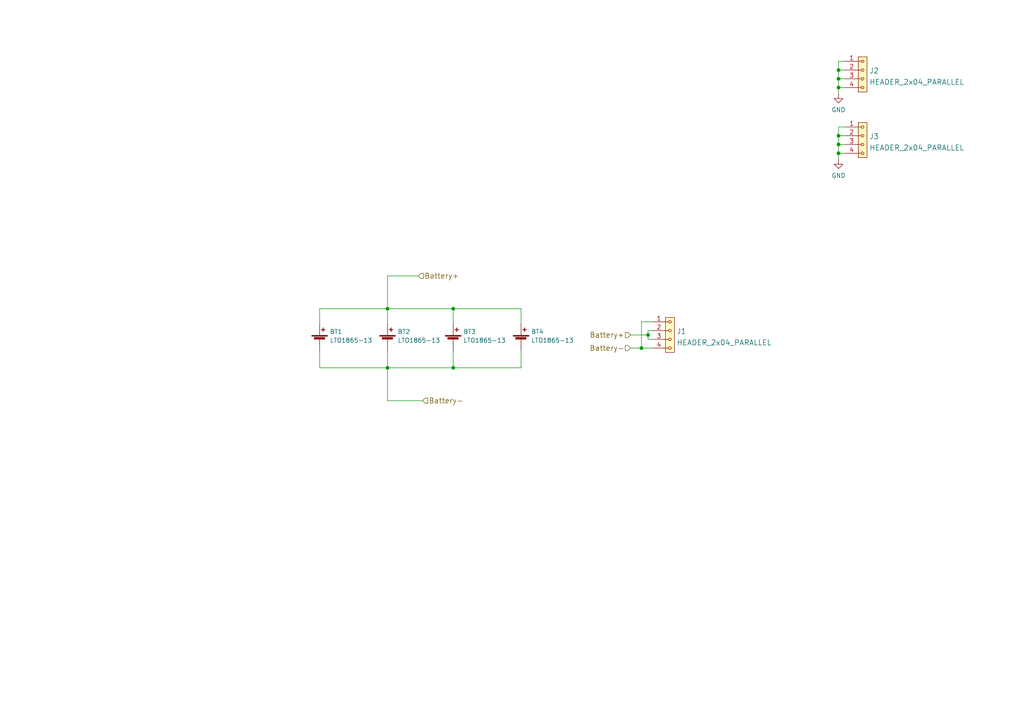
<source format=kicad_sch>
(kicad_sch (version 20211123) (generator eeschema)
  (paper "A4")
  (title_block (title "SOLARMINIBAT01A") (date "2022-07-20") (rev "A") (company "MLAB.cz") (comment 2 "Solar charged LTO Battery Managment System"))
  (lib_symbols
    (symbol "Device:Battery_Cell" (pin_numbers hide) (pin_names (offset 0) hide)
      (property "Reference" "BT" (at 2.54 2.54 0))
      (property "Value" "Battery_Cell" (at 2.54 0 0))
      (symbol "Battery_Cell_0_1"
        (rectangle (start -2.286 1.778) (end 2.286 1.524) (fill (type outline)))
        (rectangle (start -1.5748 1.1938) (end 1.4732 0.6858) (fill (type outline)))
        (polyline (pts (xy 0 0.762) (xy 0 0)))
        (polyline (pts (xy 0 1.778) (xy 0 2.54)))
        (polyline (pts (xy 0.508 3.429) (xy 1.524 3.429)) (stroke (width 0.254)))
        (polyline (pts (xy 1.016 3.937) (xy 1.016 2.921)) (stroke (width 0.254)))
      )
      (symbol "Battery_Cell_1_1"
        (pin passive line (at 0 5.08 270) (length 2.54) (name "+") (number "1"))
        (pin passive line (at 0 -2.54 90) (length 2.54) (name "-") (number "2"))
      )
    )
    (symbol "MLAB_HEADER:HEADER_1x04" (pin_names (offset 1.016))
      (property "Reference" "J" (at 0 -6.35 0))
      (property "Value" "HEADER_1x04" (at 0 6.35 0))
      (symbol "HEADER_1x04_0_1"
        (rectangle (start -1.27 5.08) (end 1.27 -5.08) (fill (type background)))
        (circle (center 0 -3.81) (radius 0.381))
        (circle (center 0 -1.27) (radius 0.381))
        (polyline (pts (xy -1.27 -3.81) (xy -0.381 -3.81)))
        (polyline (pts (xy -1.27 -1.27) (xy -0.381 -1.27)))
        (polyline (pts (xy -1.27 1.27) (xy -0.381 1.27)))
        (polyline (pts (xy -1.27 3.81) (xy -0.381 3.81)))
        (circle (center 0 1.27) (radius 0.381))
        (circle (center 0 3.81) (radius 0.381))
      )
      (symbol "HEADER_1x04_1_1"
        (pin input line (at -5.08 3.81 0) (length 3.81) (name "~") (number "1"))
        (pin input line (at -5.08 1.27 0) (length 3.81) (name "~") (number "2"))
        (pin input line (at -5.08 -1.27 0) (length 3.81) (name "~") (number "3"))
        (pin input line (at -5.08 -3.81 0) (length 3.81) (name "~") (number "4"))
      )
    )
    (symbol "power:GND" (power) (pin_names (offset 0))
      (property "Value" "GND" (at 0 -3.81 0))
      (symbol "GND_0_1"
        (polyline (pts (xy 0 0) (xy 0 -1.27) (xy 1.27 -1.27) (xy 0 -2.54) (xy -1.27 -1.27) (xy 0 -1.27)))
      )
      (symbol "GND_1_1"
        (pin power_in line (at 0 0 270) (length 0) hide (name "GND") (number "1"))
      )
    )
  )
  (junction (at 131.445 89.535))
  (junction (at 186.055 100.965))
  (junction (at 243.205 20.32))
  (junction (at 243.205 22.86))
  (junction (at 187.96 97.155))
  (junction (at 243.205 25.4))
  (junction (at 243.205 41.91))
  (junction (at 243.205 44.45))
  (junction (at 112.395 106.68))
  (junction (at 112.395 89.535))
  (junction (at 131.445 106.68))
  (junction (at 243.205 39.37))
  (wire (pts (xy 112.395 80.01) (xy 121.285 80.01)))
  (wire (pts (xy 131.445 89.535) (xy 151.13 89.535)))
  (wire (pts (xy 243.205 20.32) (xy 243.205 22.86)))
  (wire (pts (xy 243.205 22.86) (xy 245.11 22.86)))
  (wire (pts (xy 243.205 36.83) (xy 243.205 39.37)))
  (wire (pts (xy 151.13 106.68) (xy 151.13 101.6)))
  (wire (pts (xy 187.96 97.155) (xy 187.96 98.425)))
  (wire (pts (xy 186.055 100.965) (xy 182.88 100.965)))
  (wire (pts (xy 243.205 25.4) (xy 243.205 27.305)))
  (wire (pts (xy 112.395 89.535) (xy 131.445 89.535)))
  (wire (pts (xy 92.71 89.535) (xy 112.395 89.535)))
  (wire (pts (xy 182.88 97.155) (xy 187.96 97.155)))
  (wire (pts (xy 243.205 20.32) (xy 245.11 20.32)))
  (wire (pts (xy 243.205 25.4) (xy 245.11 25.4)))
  (wire (pts (xy 131.445 89.535) (xy 131.445 93.98)))
  (wire (pts (xy 112.395 116.205) (xy 122.555 116.205)))
  (wire (pts (xy 112.395 106.68) (xy 131.445 106.68)))
  (wire (pts (xy 243.205 41.91) (xy 245.11 41.91)))
  (wire (pts (xy 245.11 36.83) (xy 243.205 36.83)))
  (wire (pts (xy 189.23 93.345) (xy 186.055 93.345)))
  (wire (pts (xy 243.205 22.86) (xy 243.205 25.4)))
  (wire (pts (xy 243.205 44.45) (xy 243.205 46.355)))
  (wire (pts (xy 186.055 100.965) (xy 189.23 100.965)))
  (wire (pts (xy 243.205 41.91) (xy 243.205 44.45)))
  (wire (pts (xy 92.71 106.68) (xy 112.395 106.68)))
  (wire (pts (xy 243.205 17.78) (xy 243.205 20.32)))
  (wire (pts (xy 112.395 89.535) (xy 112.395 80.01)))
  (wire (pts (xy 112.395 101.6) (xy 112.395 106.68)))
  (wire (pts (xy 131.445 101.6) (xy 131.445 106.68)))
  (wire (pts (xy 92.71 93.98) (xy 92.71 89.535)))
  (wire (pts (xy 243.205 44.45) (xy 245.11 44.45)))
  (wire (pts (xy 186.055 93.345) (xy 186.055 100.965)))
  (wire (pts (xy 92.71 101.6) (xy 92.71 106.68)))
  (wire (pts (xy 131.445 106.68) (xy 151.13 106.68)))
  (wire (pts (xy 112.395 89.535) (xy 112.395 93.98)))
  (wire (pts (xy 112.395 106.68) (xy 112.395 116.205)))
  (wire (pts (xy 243.205 39.37) (xy 245.11 39.37)))
  (wire (pts (xy 187.96 95.885) (xy 187.96 97.155)))
  (wire (pts (xy 151.13 89.535) (xy 151.13 93.98)))
  (wire (pts (xy 243.205 39.37) (xy 243.205 41.91)))
  (wire (pts (xy 189.23 95.885) (xy 187.96 95.885)))
  (wire (pts (xy 245.11 17.78) (xy 243.205 17.78)))
  (wire (pts (xy 187.96 98.425) (xy 189.23 98.425)))
  (hierarchical_label "Battery-" (shape input) (at 182.88 100.965 180) (effects (font (size 1.524 1.524))))
  (hierarchical_label "Battery+" (shape input) (at 182.88 97.155 180) (effects (font (size 1.524 1.524))))
  (hierarchical_label "Battery+" (shape input) (at 121.285 80.01 0) (effects (font (size 1.524 1.524))))
  (hierarchical_label "Battery-" (shape input) (at 122.555 116.205 0) (effects (font (size 1.524 1.524))))
  (symbol (lib_id "power:GND") (at 243.205 46.355 0) (unit 1)
    (property "Reference" "#PWR0101" (effects hide))
    (property "Value" "GND" (at 243.205 50.9175 0))
  )
  (symbol (lib_id "power:GND") (at 243.205 27.305 0) (unit 1)
    (property "Reference" "#PWR0102" (effects hide))
    (property "Value" "GND" (at 243.205 31.8675 0))
  )
  (symbol (lib_id "Device:Battery_Cell") (at 92.71 99.06 0) (unit 1)
    (property "Reference" "BT1" (at 95.631 96.1933 0) (effects (justify left)))
    (property "Value" "LTO1865-13" (at 95.631 98.7302 0) (effects (justify left)))
    (property "Footprint" "Mlab_Batery:LTO1865-13_D19.0mm_P7.50mm" (effects hide))
    (property "Datasheet" "https://files.gwl.eu/inc/_doc/attach/StoItem/7015/GWL_LTO1865_Rechargeable.pdf" (effects hide))
  )
  (symbol (lib_id "Device:Battery_Cell") (at 151.13 99.06 0) (unit 1)
    (property "Reference" "BT4" (at 154.051 96.1933 0) (effects (justify left)))
    (property "Value" "LTO1865-13" (at 154.051 98.7302 0) (effects (justify left)))
    (property "Footprint" "Mlab_Batery:LTO1865-13_D19.0mm_P7.50mm" (effects hide))
    (property "Datasheet" "https://files.gwl.eu/inc/_doc/attach/StoItem/7015/GWL_LTO1865_Rechargeable.pdf" (effects hide))
  )
  (symbol (lib_id "Device:Battery_Cell") (at 131.445 99.06 0) (unit 1)
    (property "Reference" "BT3" (at 134.366 96.1933 0) (effects (justify left)))
    (property "Value" "LTO1865-13" (at 134.366 98.7302 0) (effects (justify left)))
    (property "Footprint" "Mlab_Batery:LTO1865-13_D19.0mm_P7.50mm" (effects hide))
    (property "Datasheet" "https://files.gwl.eu/inc/_doc/attach/StoItem/7015/GWL_LTO1865_Rechargeable.pdf" (effects hide))
  )
  (symbol (lib_id "MLAB_HEADER:HEADER_1x04") (at 250.19 21.59 0) (unit 1)
    (property "Reference" "J2" (at 252.095 20.5253 0) (effects (font (size 1.524 1.524)) (justify left)))
    (property "Value" "HEADER_2x04_PARALLEL" (at 252.095 23.8043 0) (effects (font (size 1.524 1.524)) (justify left)))
    (property "Footprint" "Mlab_Pin_Headers:Angled_1x04" (effects hide))
  )
  (symbol (lib_id "MLAB_HEADER:HEADER_1x04") (at 194.31 97.155 0) (unit 1)
    (property "Reference" "J1" (at 196.215 96.0903 0) (effects (font (size 1.524 1.524)) (justify left)))
    (property "Value" "HEADER_2x04_PARALLEL" (at 196.215 99.3693 0) (effects (font (size 1.524 1.524)) (justify left)))
    (property "Footprint" "Mlab_Pin_Headers:Angled_1x04" (effects hide))
  )
  (symbol (lib_id "MLAB_HEADER:HEADER_1x04") (at 250.19 40.64 0) (unit 1)
    (property "Reference" "J3" (at 252.095 39.5753 0) (effects (font (size 1.524 1.524)) (justify left)))
    (property "Value" "HEADER_2x04_PARALLEL" (at 252.095 42.8543 0) (effects (font (size 1.524 1.524)) (justify left)))
    (property "Footprint" "Mlab_Pin_Headers:Angled_1x04" (effects hide))
  )
  (symbol (lib_id "Device:Battery_Cell") (at 112.395 99.06 0) (unit 1)
    (property "Reference" "BT2" (at 115.316 96.1933 0) (effects (justify left)))
    (property "Value" "LTO1865-13" (at 115.316 98.7302 0) (effects (justify left)))
    (property "Footprint" "Mlab_Batery:LTO1865-13_D19.0mm_P7.50mm" (effects hide))
    (property "Datasheet" "https://files.gwl.eu/inc/_doc/attach/StoItem/7015/GWL_LTO1865_Rechargeable.pdf" (effects hide))
  )
)
</source>
